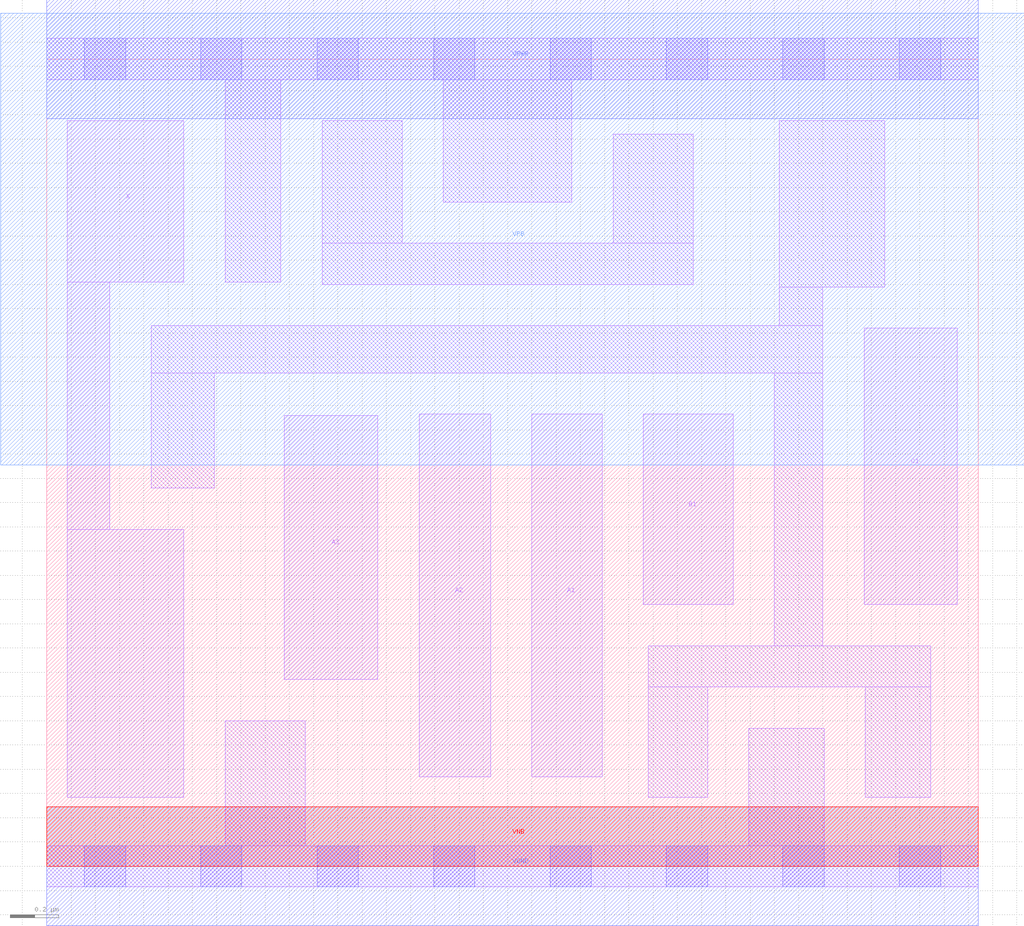
<source format=lef>
# Copyright 2020 The SkyWater PDK Authors
#
# Licensed under the Apache License, Version 2.0 (the "License");
# you may not use this file except in compliance with the License.
# You may obtain a copy of the License at
#
#     https://www.apache.org/licenses/LICENSE-2.0
#
# Unless required by applicable law or agreed to in writing, software
# distributed under the License is distributed on an "AS IS" BASIS,
# WITHOUT WARRANTIES OR CONDITIONS OF ANY KIND, either express or implied.
# See the License for the specific language governing permissions and
# limitations under the License.
#
# SPDX-License-Identifier: Apache-2.0

VERSION 5.7 ;
  NOWIREEXTENSIONATPIN ON ;
  DIVIDERCHAR "/" ;
  BUSBITCHARS "[]" ;
MACRO sky130_fd_sc_lp__a311o_0
  CLASS CORE ;
  FOREIGN sky130_fd_sc_lp__a311o_0 ;
  ORIGIN  0.000000  0.000000 ;
  SIZE  3.840000 BY  3.330000 ;
  SYMMETRY X Y R90 ;
  SITE unit ;
  PIN A1
    ANTENNAGATEAREA  0.159000 ;
    DIRECTION INPUT ;
    USE SIGNAL ;
    PORT
      LAYER li1 ;
        RECT 2.000000 0.370000 2.290000 1.865000 ;
    END
  END A1
  PIN A2
    ANTENNAGATEAREA  0.159000 ;
    DIRECTION INPUT ;
    USE SIGNAL ;
    PORT
      LAYER li1 ;
        RECT 1.535000 0.370000 1.830000 1.865000 ;
    END
  END A2
  PIN A3
    ANTENNAGATEAREA  0.159000 ;
    DIRECTION INPUT ;
    USE SIGNAL ;
    PORT
      LAYER li1 ;
        RECT 0.980000 0.770000 1.365000 1.860000 ;
    END
  END A3
  PIN B1
    ANTENNAGATEAREA  0.159000 ;
    DIRECTION INPUT ;
    USE SIGNAL ;
    PORT
      LAYER li1 ;
        RECT 2.460000 1.080000 2.830000 1.865000 ;
    END
  END B1
  PIN C1
    ANTENNAGATEAREA  0.159000 ;
    DIRECTION INPUT ;
    USE SIGNAL ;
    PORT
      LAYER li1 ;
        RECT 3.370000 1.080000 3.755000 2.220000 ;
    END
  END C1
  PIN X
    ANTENNADIFFAREA  0.293700 ;
    DIRECTION OUTPUT ;
    USE SIGNAL ;
    PORT
      LAYER li1 ;
        RECT 0.085000 0.285000 0.565000 1.390000 ;
        RECT 0.085000 1.390000 0.260000 2.410000 ;
        RECT 0.085000 2.410000 0.565000 3.075000 ;
    END
  END X
  PIN VGND
    DIRECTION INOUT ;
    USE GROUND ;
    PORT
      LAYER met1 ;
        RECT 0.000000 -0.245000 3.840000 0.245000 ;
    END
  END VGND
  PIN VNB
    DIRECTION INOUT ;
    USE GROUND ;
    PORT
      LAYER pwell ;
        RECT 0.000000 0.000000 3.840000 0.245000 ;
    END
  END VNB
  PIN VPB
    DIRECTION INOUT ;
    USE POWER ;
    PORT
      LAYER nwell ;
        RECT -0.190000 1.655000 4.030000 3.520000 ;
    END
  END VPB
  PIN VPWR
    DIRECTION INOUT ;
    USE POWER ;
    PORT
      LAYER met1 ;
        RECT 0.000000 3.085000 3.840000 3.575000 ;
    END
  END VPWR
  OBS
    LAYER li1 ;
      RECT 0.000000 -0.085000 3.840000 0.085000 ;
      RECT 0.000000  3.245000 3.840000 3.415000 ;
      RECT 0.430000  1.560000 0.690000 2.035000 ;
      RECT 0.430000  2.035000 3.200000 2.230000 ;
      RECT 0.735000  0.085000 1.065000 0.600000 ;
      RECT 0.735000  2.410000 0.965000 3.245000 ;
      RECT 1.135000  2.400000 2.665000 2.570000 ;
      RECT 1.135000  2.570000 1.465000 3.075000 ;
      RECT 1.635000  2.740000 2.165000 3.245000 ;
      RECT 2.335000  2.570000 2.665000 3.020000 ;
      RECT 2.480000  0.285000 2.725000 0.740000 ;
      RECT 2.480000  0.740000 3.645000 0.910000 ;
      RECT 2.895000  0.085000 3.205000 0.570000 ;
      RECT 3.000000  0.910000 3.200000 2.035000 ;
      RECT 3.020000  2.230000 3.200000 2.390000 ;
      RECT 3.020000  2.390000 3.455000 3.075000 ;
      RECT 3.375000  0.285000 3.645000 0.740000 ;
    LAYER mcon ;
      RECT 0.155000 -0.085000 0.325000 0.085000 ;
      RECT 0.155000  3.245000 0.325000 3.415000 ;
      RECT 0.635000 -0.085000 0.805000 0.085000 ;
      RECT 0.635000  3.245000 0.805000 3.415000 ;
      RECT 1.115000 -0.085000 1.285000 0.085000 ;
      RECT 1.115000  3.245000 1.285000 3.415000 ;
      RECT 1.595000 -0.085000 1.765000 0.085000 ;
      RECT 1.595000  3.245000 1.765000 3.415000 ;
      RECT 2.075000 -0.085000 2.245000 0.085000 ;
      RECT 2.075000  3.245000 2.245000 3.415000 ;
      RECT 2.555000 -0.085000 2.725000 0.085000 ;
      RECT 2.555000  3.245000 2.725000 3.415000 ;
      RECT 3.035000 -0.085000 3.205000 0.085000 ;
      RECT 3.035000  3.245000 3.205000 3.415000 ;
      RECT 3.515000 -0.085000 3.685000 0.085000 ;
      RECT 3.515000  3.245000 3.685000 3.415000 ;
  END
END sky130_fd_sc_lp__a311o_0
END LIBRARY

</source>
